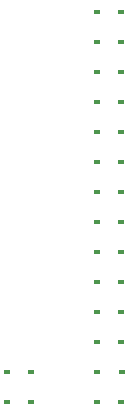
<source format=gtp>
%TF.GenerationSoftware,KiCad,Pcbnew,(6.0.1)*%
%TF.CreationDate,2022-01-21T00:47:32+01:00*%
%TF.ProjectId,bosch-kf163-diode-pll,626f7363-682d-46b6-9631-36332d64696f,2*%
%TF.SameCoordinates,Original*%
%TF.FileFunction,Paste,Top*%
%TF.FilePolarity,Positive*%
%FSLAX46Y46*%
G04 Gerber Fmt 4.6, Leading zero omitted, Abs format (unit mm)*
G04 Created by KiCad (PCBNEW (6.0.1)) date 2022-01-21 00:47:32*
%MOMM*%
%LPD*%
G01*
G04 APERTURE LIST*
%ADD10R,0.600000X0.450000*%
G04 APERTURE END LIST*
D10*
%TO.C,D2*%
X128490000Y-68580000D03*
X130590000Y-68580000D03*
%TD*%
%TO.C,D1*%
X128490000Y-66040000D03*
X130590000Y-66040000D03*
%TD*%
%TO.C,D10*%
X128490000Y-88900000D03*
X130590000Y-88900000D03*
%TD*%
%TO.C,D14*%
X128490000Y-99060000D03*
X130590000Y-99060000D03*
%TD*%
%TO.C,D4*%
X128490000Y-73660000D03*
X130590000Y-73660000D03*
%TD*%
%TO.C,D8*%
X128490000Y-83820000D03*
X130590000Y-83820000D03*
%TD*%
%TO.C,D12*%
X128490000Y-93980000D03*
X130590000Y-93980000D03*
%TD*%
%TO.C,D5*%
X128490000Y-76200000D03*
X130590000Y-76200000D03*
%TD*%
%TO.C,D15*%
X122970000Y-99060000D03*
X120870000Y-99060000D03*
%TD*%
%TO.C,D16*%
X122970000Y-96520000D03*
X120870000Y-96520000D03*
%TD*%
%TO.C,D7*%
X128490000Y-81280000D03*
X130590000Y-81280000D03*
%TD*%
%TO.C,D9*%
X128490000Y-86360000D03*
X130590000Y-86360000D03*
%TD*%
%TO.C,D6*%
X128490000Y-78740000D03*
X130590000Y-78740000D03*
%TD*%
%TO.C,D3*%
X128490000Y-71120000D03*
X130590000Y-71120000D03*
%TD*%
%TO.C,D13*%
X128510000Y-96520000D03*
X130610000Y-96520000D03*
%TD*%
%TO.C,D11*%
X128490000Y-91440000D03*
X130590000Y-91440000D03*
%TD*%
M02*

</source>
